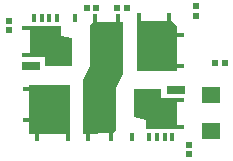
<source format=gtp>
G04*
G04 #@! TF.GenerationSoftware,Altium Limited,Altium NEXUS,1.1.6 (48)*
G04*
G04 Layer_Color=8421504*
%FSLAX25Y25*%
%MOIN*%
G70*
G01*
G75*
%ADD11R,0.03150X0.01378*%
%ADD12R,0.06063X0.02677*%
%ADD13R,0.01378X0.03150*%
%ADD14R,0.01280X0.03150*%
%ADD15R,0.03150X0.01181*%
%ADD16R,0.02047X0.02047*%
%ADD17R,0.02047X0.02047*%
%ADD18R,0.06496X0.05512*%
G36*
X75508Y47522D02*
X75508D01*
X77378Y45711D01*
X77378Y43388D01*
X79740Y43388D01*
X79740Y42108D01*
X77378D01*
X77378Y33152D01*
X79740D01*
Y31872D01*
X77378Y31872D01*
X77378Y30947D01*
X77378D01*
Y30947D01*
X63992D01*
Y30947D01*
X63992D01*
Y43703D01*
X63992Y50081D01*
X65272D01*
X65272Y47522D01*
X74130D01*
X74130Y50081D01*
X75508D01*
Y47522D01*
D02*
G37*
G36*
X38598Y45750D02*
X38598D01*
Y44711D01*
X38599Y42640D01*
X42398Y41695D01*
Y32423D01*
X42397D01*
Y32423D01*
X33382D01*
X33382Y35455D01*
X26492D01*
Y36695D01*
X28362D01*
X28362Y40602D01*
Y44569D01*
X26492Y44569D01*
X26492Y45750D01*
X28362Y45750D01*
Y45750D01*
X38598Y45750D01*
Y45750D01*
D02*
G37*
G36*
X72201Y21793D02*
X77220D01*
Y12679D01*
Y11498D01*
X66984D01*
X66984Y14613D01*
X63185Y15558D01*
X63185Y24825D01*
X72201D01*
Y21793D01*
D02*
G37*
G36*
X59386Y29726D02*
X57024Y25179D01*
Y10966D01*
X56079Y10022D01*
X46158Y9996D01*
X46158Y27974D01*
X48480Y32463D01*
Y46183D01*
X49622Y47325D01*
X59386D01*
Y29726D01*
D02*
G37*
G36*
X41590Y9761D02*
X28205Y9762D01*
X28205Y26301D01*
X41591D01*
X41590Y9761D01*
D02*
G37*
D11*
X27220Y14490D02*
D03*
Y24726D02*
D03*
X78362Y32522D02*
D03*
Y42758D02*
D03*
D12*
X76945Y24608D02*
D03*
X28638Y32640D02*
D03*
D13*
X75843Y8742D02*
D03*
X73283D02*
D03*
X70724D02*
D03*
X68165D02*
D03*
X55370D02*
D03*
X47870Y8742D02*
D03*
X30764Y8742D02*
D03*
X62260Y8742D02*
D03*
X43323Y48506D02*
D03*
X74819Y48506D02*
D03*
X57713Y48506D02*
D03*
X50213Y48506D02*
D03*
X37417D02*
D03*
X34858D02*
D03*
X32299D02*
D03*
X29740D02*
D03*
D14*
X40951Y8742D02*
D03*
X64632Y48506D02*
D03*
D15*
X78402Y12088D02*
D03*
Y21144D02*
D03*
X27181Y36104D02*
D03*
Y45159D02*
D03*
D16*
X57480Y51968D02*
D03*
X60630D02*
D03*
X50394D02*
D03*
X47244D02*
D03*
X90158Y33465D02*
D03*
X93307D02*
D03*
D17*
X21260Y47638D02*
D03*
Y44488D02*
D03*
X81496Y3150D02*
D03*
Y6299D02*
D03*
X83858Y49213D02*
D03*
Y52362D02*
D03*
D18*
X88583Y22933D02*
D03*
Y10925D02*
D03*
M02*

</source>
